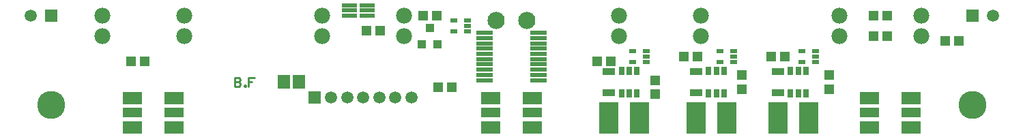
<source format=gts>
G75*
G70*
%OFA0B0*%
%FSLAX24Y24*%
%IPPOS*%
%LPD*%
%AMOC8*
5,1,8,0,0,1.08239X$1,22.5*
%
%ADD10C,0.1370*%
%ADD11C,0.0780*%
%ADD12R,0.0789X0.0230*%
%ADD13R,0.0595X0.0595*%
%ADD14C,0.0595*%
%ADD15R,0.0946X0.0631*%
%ADD16R,0.0946X0.0474*%
%ADD17C,0.0840*%
%ADD18R,0.0395X0.0434*%
%ADD19R,0.0513X0.0474*%
%ADD20R,0.0749X0.0218*%
%ADD21C,0.0090*%
%ADD22R,0.0592X0.0671*%
%ADD23R,0.0316X0.0395*%
%ADD24R,0.0946X0.1537*%
%ADD25R,0.0474X0.0513*%
%ADD26R,0.0611X0.0336*%
%ADD27R,0.0356X0.0237*%
D10*
X001660Y001800D03*
X046660Y001800D03*
D11*
X044160Y005180D03*
X040160Y005180D03*
X040160Y006180D03*
X044160Y006180D03*
X033410Y006180D03*
X029410Y006180D03*
X029410Y005180D03*
X033410Y005180D03*
X018910Y005180D03*
X014910Y005180D03*
X014910Y006180D03*
X018910Y006180D03*
X008160Y006180D03*
X004160Y006180D03*
X004160Y005180D03*
X008160Y005180D03*
D12*
X022841Y005076D03*
X022841Y005332D03*
X025479Y005332D03*
X025479Y005076D03*
X025479Y004820D03*
X025479Y004564D03*
X025479Y004308D03*
X025479Y004052D03*
X025479Y003796D03*
X025479Y003540D03*
X025479Y003284D03*
X025479Y003028D03*
X022841Y003028D03*
X022841Y003284D03*
X022841Y003540D03*
X022841Y003796D03*
X022841Y004052D03*
X022841Y004308D03*
X022841Y004564D03*
X022841Y004820D03*
D13*
X014548Y002180D03*
X001660Y006180D03*
X046660Y006180D03*
D14*
X047660Y006180D03*
X019272Y002180D03*
X018485Y002180D03*
X017697Y002180D03*
X016910Y002180D03*
X016123Y002180D03*
X015335Y002180D03*
X000660Y006180D03*
D15*
X005636Y000721D03*
X007684Y000721D03*
X007684Y002139D03*
X005636Y002139D03*
X023136Y002139D03*
X025184Y002139D03*
X025184Y000721D03*
X023136Y000721D03*
X041636Y000721D03*
X043684Y000721D03*
X043684Y002139D03*
X041636Y002139D03*
D16*
X041636Y001430D03*
X043684Y001430D03*
X025184Y001430D03*
X023136Y001430D03*
X007684Y001430D03*
X005636Y001430D03*
D17*
X023410Y005930D03*
X024910Y005930D03*
D18*
X020160Y005574D03*
X019766Y004786D03*
X020554Y004786D03*
D19*
X017745Y005430D03*
X017075Y005430D03*
X019825Y006180D03*
X020495Y006180D03*
X032575Y004180D03*
X033245Y004180D03*
X036825Y004180D03*
X037495Y004180D03*
X041825Y005180D03*
X042495Y005180D03*
X045325Y004930D03*
X045995Y004930D03*
X042495Y006180D03*
X041825Y006180D03*
X028995Y003930D03*
X028325Y003930D03*
X021245Y002680D03*
X020575Y002680D03*
X006245Y003930D03*
X005575Y003930D03*
D20*
X016227Y006174D03*
X017093Y006174D03*
X017093Y006430D03*
X016227Y006430D03*
X016227Y006686D03*
X017093Y006686D03*
D21*
X011594Y003135D02*
X011320Y003135D01*
X011320Y002725D01*
X011158Y002725D02*
X011090Y002725D01*
X011090Y002793D01*
X011158Y002793D01*
X011158Y002725D01*
X010903Y002793D02*
X010903Y002862D01*
X010835Y002930D01*
X010630Y002930D01*
X010835Y002930D02*
X010903Y002999D01*
X010903Y003067D01*
X010835Y003135D01*
X010630Y003135D01*
X010630Y002725D01*
X010835Y002725D01*
X010903Y002793D01*
X011320Y002930D02*
X011457Y002930D01*
D22*
X013036Y002930D03*
X013784Y002930D03*
D23*
X029536Y002379D03*
X029910Y002379D03*
X030284Y002379D03*
X033786Y002379D03*
X034160Y002379D03*
X034534Y002379D03*
X037786Y002379D03*
X038160Y002379D03*
X038534Y002379D03*
X038534Y003481D03*
X038160Y003481D03*
X037786Y003481D03*
X034534Y003481D03*
X034160Y003481D03*
X033786Y003481D03*
X030284Y003481D03*
X029910Y003481D03*
X029536Y003481D03*
D24*
X028912Y001180D03*
X030408Y001180D03*
X033162Y001180D03*
X034658Y001180D03*
X037162Y001180D03*
X038658Y001180D03*
D25*
X031160Y002345D03*
X031160Y003015D03*
X035410Y003265D03*
X035410Y002595D03*
X039660Y002595D03*
X039660Y003265D03*
D26*
X037160Y003454D03*
X033160Y003454D03*
X028910Y003454D03*
X028910Y002406D03*
X033160Y002406D03*
X037160Y002406D03*
D27*
X038325Y003924D03*
X038995Y003924D03*
X038995Y004180D03*
X038995Y004436D03*
X038325Y004436D03*
X034995Y004436D03*
X034325Y004436D03*
X034995Y004180D03*
X034995Y003924D03*
X034325Y003924D03*
X030745Y003924D03*
X030075Y003924D03*
X030745Y004180D03*
X030745Y004436D03*
X030075Y004436D03*
X021995Y005424D03*
X021325Y005424D03*
X021995Y005680D03*
X021995Y005936D03*
X021325Y005936D03*
M02*

</source>
